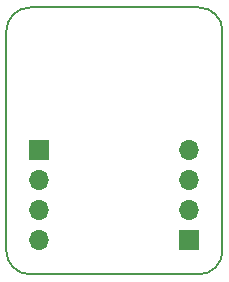
<source format=gbr>
G04 #@! TF.GenerationSoftware,KiCad,Pcbnew,5.0.1-33cea8e~68~ubuntu18.10.1*
G04 #@! TF.CreationDate,2018-12-01T22:17:56+02:00*
G04 #@! TF.ProjectId,BRK-VSSOP-8-2.4x2.1-P0.5,42524B2D5653534F502D382D322E3478,v1.0*
G04 #@! TF.SameCoordinates,Original*
G04 #@! TF.FileFunction,Copper,L2,Bot,Signal*
G04 #@! TF.FilePolarity,Positive*
%FSLAX46Y46*%
G04 Gerber Fmt 4.6, Leading zero omitted, Abs format (unit mm)*
G04 Created by KiCad (PCBNEW 5.0.1-33cea8e~68~ubuntu18.10.1) date la  1. joulukuuta 2018 22.17.56*
%MOMM*%
%LPD*%
G01*
G04 APERTURE LIST*
G04 #@! TA.AperFunction,NonConductor*
%ADD10C,0.150000*%
G04 #@! TD*
G04 #@! TA.AperFunction,ComponentPad*
%ADD11O,1.700000X1.700000*%
G04 #@! TD*
G04 #@! TA.AperFunction,ComponentPad*
%ADD12R,1.700000X1.700000*%
G04 #@! TD*
G04 APERTURE END LIST*
D10*
X52000000Y-70600000D02*
G75*
G02X50000000Y-68600000I0J2000000D01*
G01*
X68300000Y-68600000D02*
G75*
G02X66300000Y-70600000I-2000000J0D01*
G01*
X66300000Y-48000000D02*
G75*
G02X68300000Y-50000000I0J-2000000D01*
G01*
X50000000Y-50000000D02*
G75*
G02X52000000Y-48000000I2000000J0D01*
G01*
X66300000Y-70600000D02*
X52000000Y-70600000D01*
X68300000Y-50000000D02*
X68300000Y-68600000D01*
X52000000Y-48000000D02*
X66300000Y-48000000D01*
X50000000Y-68600000D02*
X50000000Y-50000000D01*
D11*
G04 #@! TO.P,J2,4*
G04 #@! TO.N,Net-(J2-Pad4)*
X65500000Y-60100000D03*
G04 #@! TO.P,J2,3*
G04 #@! TO.N,Net-(J2-Pad3)*
X65500000Y-62640000D03*
G04 #@! TO.P,J2,2*
G04 #@! TO.N,Net-(J2-Pad2)*
X65500000Y-65180000D03*
D12*
G04 #@! TO.P,J2,1*
G04 #@! TO.N,Net-(J2-Pad1)*
X65500000Y-67720000D03*
G04 #@! TD*
G04 #@! TO.P,J1,1*
G04 #@! TO.N,Net-(J1-Pad1)*
X52800000Y-60100000D03*
D11*
G04 #@! TO.P,J1,2*
G04 #@! TO.N,Net-(J1-Pad2)*
X52800000Y-62640000D03*
G04 #@! TO.P,J1,3*
G04 #@! TO.N,Net-(J1-Pad3)*
X52800000Y-65180000D03*
G04 #@! TO.P,J1,4*
G04 #@! TO.N,Net-(J1-Pad4)*
X52800000Y-67720000D03*
G04 #@! TD*
M02*

</source>
